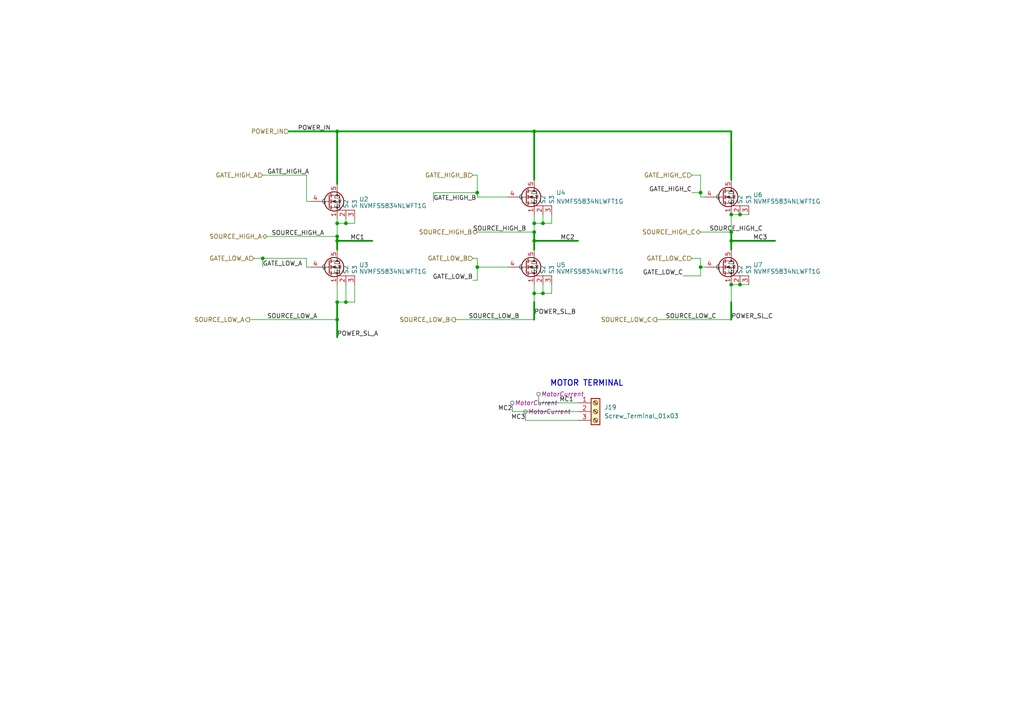
<source format=kicad_sch>
(kicad_sch (version 20250114) (generator "eeschema") (generator_version "9.0")
  (paper "A4")
  (lib_symbols
    (symbol "Connector:Screw_Terminal_01x03" (pin_names (offset 1.016) (hide yes))
      (property "Reference" "J" (at 0 5.08 0))
      (property "Value" "Screw_Terminal_01x03" (at 0 -5.08 0))
      (symbol "Screw_Terminal_01x03_1_1"
        (rectangle (start -1.27 3.81) (end 1.27 -3.81) (stroke (width 0.254)) (fill (type background)))
        (polyline (pts (xy -0.5334 2.8702) (xy 0.3302 2.032)) (stroke (width 0.1524)))
        (polyline (pts (xy -0.5334 0.3302) (xy 0.3302 -0.508)) (stroke (width 0.1524)))
        (polyline (pts (xy -0.5334 -2.2098) (xy 0.3302 -3.048)) (stroke (width 0.1524)))
        (polyline (pts (xy -0.3556 3.048) (xy 0.508 2.2098)) (stroke (width 0.1524)))
        (polyline (pts (xy -0.3556 0.508) (xy 0.508 -0.3302)) (stroke (width 0.1524)))
        (polyline (pts (xy -0.3556 -2.032) (xy 0.508 -2.8702)) (stroke (width 0.1524)))
        (circle (center 0 2.54) (radius 0.635) (stroke (width 0.1524)))
        (circle (center 0 0) (radius 0.635) (stroke (width 0.1524)))
        (circle (center 0 -2.54) (radius 0.635) (stroke (width 0.1524)))
        (pin passive line (at -5.08 2.54 0) (length 3.81) (name "Pin_1") (number "1"))
        (pin passive line (at -5.08 0 0) (length 3.81) (name "Pin_2") (number "2"))
        (pin passive line (at -5.08 -2.54 0) (length 3.81) (name "Pin_3") (number "3"))
      )
    )
    (symbol "Transistor_FET:NTMFS5C468NL"
      (property "Reference" "U" (at 2.54 2.54 0))
      (property "Value" "NVMFS5834NLWFT1G" (at 2.54 2.54 0))
      (symbol "NTMFS5C468NL_0_1"
        (polyline (pts (xy -2.286 1.905) (xy -2.286 -1.905)) (stroke (width 0.254)))
        (polyline (pts (xy -2.286 0) (xy -5.08 0)))
        (polyline (pts (xy -1.778 2.286) (xy -1.778 1.27)) (stroke (width 0.254)))
        (polyline (pts (xy -1.778 0.508) (xy -1.778 -0.508)) (stroke (width 0.254)))
        (polyline (pts (xy -1.778 -1.27) (xy -1.778 -2.286)) (stroke (width 0.254)))
        (polyline (pts (xy -1.778 -1.778) (xy 0.762 -1.778) (xy 0.762 1.778) (xy -1.778 1.778)))
        (polyline (pts (xy -1.524 0) (xy -0.508 0.381) (xy -0.508 -0.381) (xy -1.524 0)) (fill (type outline)))
        (circle (center -0.889 0) (radius 2.794) (stroke (width 0.254)))
        (polyline (pts (xy 0 2.54) (xy 0 1.778)))
        (circle (center 0 1.778) (radius 0.254) (fill (type outline)))
        (circle (center 0 -1.778) (radius 0.254) (fill (type outline)))
        (polyline (pts (xy 0 -2.54) (xy 0 0) (xy -1.778 0)))
        (polyline (pts (xy 0.254 0.508) (xy 0.381 0.381) (xy 1.143 0.381) (xy 1.27 0.254)))
        (polyline (pts (xy 0.762 0.381) (xy 0.381 -0.254) (xy 1.143 -0.254) (xy 0.762 0.381)))
        (polyline (pts (xy 5.08 -2.54) (xy 0 -2.54)))
      )
      (symbol "NTMFS5C468NL_1_1"
        (pin passive line (at -7.62 0 0) (length 2.54) (name "G") (number "4"))
        (pin passive line (at 0 5.08 270) (length 2.54) (name "D") (number "5"))
        (pin passive line (at 0 -5.08 90) (length 2.54) (name "S1") (number "1"))
        (pin passive line (at 2.54 -5.08 90) (length 2.54) (name "S2") (number "2"))
        (pin passive line (at 5.08 -5.08 90) (length 2.54) (name "S3") (number "3"))
      )
    )
  )
  (text "MOTOR TERMINAL" (exclude_from_sim yes) (at 170.18 111.252 0) (effects (font (size 1.651 1.651) (thickness 0.254) (bold yes))))
  (junction (at 212.09 69.85))
  (junction (at 97.79 87.63))
  (junction (at 100.33 87.63))
  (junction (at 97.79 38.1))
  (junction (at 154.94 64.77))
  (junction (at 76.2 74.93))
  (junction (at 154.94 38.1))
  (junction (at 203.2 77.47))
  (junction (at 97.79 64.77))
  (junction (at 212.09 62.23))
  (junction (at 97.79 69.85))
  (junction (at 157.48 64.77))
  (junction (at 157.48 85.09))
  (junction (at 100.33 64.77))
  (junction (at 138.43 77.47))
  (junction (at 212.09 67.31))
  (junction (at 203.2 55.88))
  (junction (at 154.94 85.09))
  (junction (at 214.63 62.23))
  (junction (at 138.43 55.88))
  (junction (at 97.79 92.71))
  (junction (at 154.94 67.31))
  (junction (at 97.79 68.58))
  (junction (at 212.09 82.55))
  (junction (at 214.63 82.55))
  (junction (at 154.94 69.85))
  (wire (pts (xy 137.16 50.8) (xy 138.43 50.8)))
  (wire (pts (xy 72.39 92.71) (xy 97.79 92.71)))
  (wire (pts (xy 125.73 58.42) (xy 125.73 55.88)))
  (wire (pts (xy 203.2 67.31) (xy 212.09 67.31)))
  (wire (pts (xy 214.63 82.55) (xy 217.17 82.55)))
  (wire (pts (xy 100.33 82.55) (xy 100.33 87.63)))
  (wire (pts (xy 125.73 55.88) (xy 138.43 55.88)))
  (wire (pts (xy 138.43 55.88) (xy 138.43 50.8)))
  (wire (pts (xy 97.79 92.71) (xy 97.79 97.79)) (stroke (width 0.508)))
  (wire (pts (xy 137.16 81.28) (xy 138.43 81.28)))
  (wire (pts (xy 97.79 82.55) (xy 97.79 87.63)))
  (wire (pts (xy 154.94 62.23) (xy 154.94 64.77)))
  (wire (pts (xy 148.59 119.38) (xy 167.64 119.38)))
  (wire (pts (xy 157.48 82.55) (xy 157.48 85.09)))
  (wire (pts (xy 157.48 64.77) (xy 154.94 64.77)))
  (wire (pts (xy 212.09 69.85) (xy 212.09 72.39)) (stroke (width 0.508)))
  (wire (pts (xy 154.94 85.09) (xy 154.94 92.71)))
  (wire (pts (xy 160.02 64.77) (xy 157.48 64.77)))
  (wire (pts (xy 154.94 67.31) (xy 154.94 69.85)) (stroke (width 0.508)))
  (wire (pts (xy 97.79 69.85) (xy 107.95 69.85)) (stroke (width 0.508)))
  (wire (pts (xy 97.79 63.5) (xy 97.79 64.77)))
  (wire (pts (xy 97.79 38.1) (xy 154.94 38.1)) (stroke (width 0.508)))
  (wire (pts (xy 200.66 50.8) (xy 203.2 50.8)))
  (wire (pts (xy 138.43 74.93) (xy 138.43 77.47)))
  (wire (pts (xy 97.79 69.85) (xy 97.79 72.39)) (stroke (width 0.508)))
  (wire (pts (xy 88.9 77.47) (xy 90.17 77.47)))
  (wire (pts (xy 88.9 74.93) (xy 88.9 77.47)))
  (wire (pts (xy 203.2 57.15) (xy 204.47 57.15)))
  (wire (pts (xy 154.94 87.63) (xy 154.94 92.71)) (stroke (width 0.508)))
  (wire (pts (xy 160.02 85.09) (xy 157.48 85.09)))
  (wire (pts (xy 154.94 69.85) (xy 154.94 72.39)) (stroke (width 0.508)))
  (wire (pts (xy 200.66 74.93) (xy 203.2 74.93)))
  (wire (pts (xy 212.09 67.31) (xy 212.09 69.85)) (stroke (width 0.508)))
  (wire (pts (xy 73.66 74.93) (xy 76.2 74.93)))
  (wire (pts (xy 212.09 38.1) (xy 212.09 52.07)) (stroke (width 0.508)))
  (wire (pts (xy 97.79 87.63) (xy 97.79 92.71)) (stroke (width 0.508)))
  (wire (pts (xy 102.87 87.63) (xy 100.33 87.63)))
  (wire (pts (xy 76.2 50.8) (xy 88.9 50.8)))
  (wire (pts (xy 156.21 116.84) (xy 167.64 116.84)))
  (wire (pts (xy 102.87 64.77) (xy 100.33 64.77)))
  (wire (pts (xy 138.43 77.47) (xy 138.43 81.28)))
  (wire (pts (xy 203.2 74.93) (xy 203.2 77.47)))
  (wire (pts (xy 203.2 77.47) (xy 204.47 77.47)))
  (wire (pts (xy 154.94 82.55) (xy 154.94 85.09)))
  (wire (pts (xy 154.94 38.1) (xy 154.94 52.07)) (stroke (width 0.508)))
  (wire (pts (xy 160.02 82.55) (xy 160.02 85.09)))
  (wire (pts (xy 83.82 38.1) (xy 97.79 38.1)) (stroke (width 0.508)))
  (wire (pts (xy 138.43 57.15) (xy 138.43 55.88)))
  (wire (pts (xy 154.94 69.85) (xy 167.64 69.85)) (stroke (width 0.508)))
  (wire (pts (xy 212.09 69.85) (xy 224.79 69.85)) (stroke (width 0.508)))
  (wire (pts (xy 88.9 50.8) (xy 88.9 58.42)))
  (wire (pts (xy 200.66 55.88) (xy 203.2 55.88)))
  (wire (pts (xy 97.79 38.1) (xy 97.79 53.34)) (stroke (width 0.508)))
  (wire (pts (xy 157.48 85.09) (xy 154.94 85.09)))
  (wire (pts (xy 76.2 74.93) (xy 88.9 74.93)))
  (wire (pts (xy 154.94 38.1) (xy 212.09 38.1)) (stroke (width 0.508)))
  (wire (pts (xy 100.33 63.5) (xy 100.33 64.77)))
  (wire (pts (xy 214.63 62.23) (xy 212.09 62.23)))
  (wire (pts (xy 138.43 67.31) (xy 154.94 67.31)))
  (wire (pts (xy 137.16 74.93) (xy 138.43 74.93)))
  (wire (pts (xy 76.2 77.47) (xy 76.2 74.93)))
  (wire (pts (xy 214.63 62.23) (xy 217.17 62.23)))
  (wire (pts (xy 203.2 77.47) (xy 203.2 80.01)))
  (wire (pts (xy 138.43 77.47) (xy 147.32 77.47)))
  (wire (pts (xy 97.79 68.58) (xy 97.79 69.85)) (stroke (width 0.508)))
  (wire (pts (xy 88.9 58.42) (xy 90.17 58.42)))
  (wire (pts (xy 212.09 82.55) (xy 214.63 82.55)))
  (wire (pts (xy 154.94 64.77) (xy 154.94 67.31)))
  (wire (pts (xy 160.02 62.23) (xy 160.02 64.77)))
  (wire (pts (xy 157.48 62.23) (xy 157.48 64.77)))
  (wire (pts (xy 97.79 64.77) (xy 97.79 68.58)))
  (wire (pts (xy 102.87 63.5) (xy 102.87 64.77)))
  (wire (pts (xy 102.87 82.55) (xy 102.87 87.63)))
  (wire (pts (xy 138.43 57.15) (xy 147.32 57.15)))
  (wire (pts (xy 212.09 87.63) (xy 212.09 92.71)) (stroke (width 0.508)))
  (wire (pts (xy 212.09 82.55) (xy 212.09 87.63)))
  (wire (pts (xy 190.5 92.71) (xy 212.09 92.71)))
  (wire (pts (xy 203.2 50.8) (xy 203.2 55.88)))
  (wire (pts (xy 203.2 55.88) (xy 203.2 57.15)))
  (wire (pts (xy 100.33 87.63) (xy 97.79 87.63)))
  (wire (pts (xy 198.12 80.01) (xy 203.2 80.01)))
  (wire (pts (xy 97.79 87.63) (xy 97.79 92.71)))
  (wire (pts (xy 132.08 92.71) (xy 154.94 92.71)))
  (wire (pts (xy 97.79 64.77) (xy 100.33 64.77)))
  (wire (pts (xy 212.09 62.23) (xy 212.09 67.31)))
  (wire (pts (xy 77.47 68.58) (xy 97.79 68.58)))
  (wire (pts (xy 152.4 121.92) (xy 167.64 121.92)))
  (label "MC1" (at 101.6 69.85 0))
  (label "POWER_SL_C" (at 212.09 92.71 0))
  (label "GATE_LOW_C" (at 198.12 80.01 180))
  (label "MC1" (at 166.37 116.84 180))
  (label "GATE_HIGH_A" (at 77.47 50.8 0))
  (label "SOURCE_LOW_C" (at 193.04 92.71 0))
  (label "MC3" (at 218.44 69.85 0))
  (label "SOURCE_LOW_A" (at 77.47 92.71 0))
  (label "POWER_SL_A" (at 97.79 97.79 0))
  (label "MC3" (at 152.4 121.92 180))
  (label "MC2" (at 162.56 69.85 0))
  (label "POWER_IN" (at 86.36 38.1 0))
  (label "GATE_HIGH_C" (at 200.66 55.88 180))
  (label "GATE_HIGH_B" (at 125.73 58.42 0))
  (label "SOURCE_HIGH_B" (at 137.16 67.31 0))
  (label "SOURCE_LOW_B" (at 135.89 92.71 0))
  (label "GATE_LOW_B" (at 137.16 81.28 180))
  (label "GATE_LOW_A" (at 76.2 77.47 0))
  (label "SOURCE_HIGH_A" (at 78.74 68.58 0))
  (label "POWER_SL_B" (at 154.94 91.44 0))
  (label "MC2" (at 148.59 119.38 180))
  (label "SOURCE_HIGH_C" (at 205.74 67.31 0))
  (hierarchical_label "GATE_HIGH_B" (shape input) (at 137.16 50.8 180))
  (hierarchical_label "SOURCE_LOW_A" (shape output) (at 72.39 92.71 180))
  (hierarchical_label "SOURCE_HIGH_C" (shape bidirectional) (at 203.2 67.31 180))
  (hierarchical_label "SOURCE_HIGH_B" (shape bidirectional) (at 138.43 67.31 180))
  (hierarchical_label "POWER_IN" (shape input) (at 83.82 38.1 180))
  (hierarchical_label "SOURCE_LOW_C" (shape output) (at 190.5 92.71 180))
  (hierarchical_label "GATE_HIGH_C" (shape input) (at 200.66 50.8 180))
  (hierarchical_label "GATE_HIGH_A" (shape input) (at 76.2 50.8 180))
  (hierarchical_label "GATE_LOW_C" (shape input) (at 200.66 74.93 180))
  (hierarchical_label "SOURCE_LOW_B" (shape output) (at 132.08 92.71 180))
  (hierarchical_label "GATE_LOW_A" (shape input) (at 73.66 74.93 180))
  (hierarchical_label "GATE_LOW_B" (shape input) (at 137.16 74.93 180))
  (hierarchical_label "SOURCE_HIGH_A" (shape bidirectional) (at 77.47 68.58 180))
  (netclass_flag "" (length 2.54) (shape round) (at 148.59 119.38 0) (property "Netclass" "MotorCurrent" (at 149.2885 116.84 0) (effects (font (italic yes)) (justify left))))
  (netclass_flag "" (length 2.54) (shape round) (at 152.4 121.92 0) (property "Netclass" "MotorCurrent" (at 153.0985 119.38 0) (effects (font (italic yes)) (justify left))))
  (netclass_flag "" (length 2.54) (shape round) (at 156.21 116.84 0) (property "Netclass" "MotorCurrent" (at 156.9085 114.3 0) (effects (font (italic yes)) (justify left))))
  (symbol (lib_id "Transistor_FET:NTMFS5C468NL") (at 154.94 77.47 0) (unit 1)
    (property "Reference" "U5" (at 161.29 76.8349 0) (effects (justify left)))
    (property "Value" "NVMFS5834NLWFT1G" (at 161.29 78.74 0) (effects (justify left)))
    (property "Footprint" "snapmagic-footprints:TRANS_NVMFS5834NLWFT1G" (effects (hide yes)))
  )
  (symbol (lib_id "Transistor_FET:NTMFS5C468NL") (at 97.79 58.42 0) (unit 1)
    (property "Reference" "U2" (at 104.14 57.7849 0) (effects (justify left)))
    (property "Value" "NVMFS5834NLWFT1G" (at 104.14 59.69 0) (effects (justify left)))
    (property "Footprint" "snapmagic-footprints:TRANS_NVMFS5834NLWFT1G" (effects (hide yes)))
  )
  (symbol (lib_id "Transistor_FET:NTMFS5C468NL") (at 154.94 57.15 0) (unit 1)
    (property "Reference" "U4" (at 161.29 55.8799 0) (effects (justify left)))
    (property "Value" "NVMFS5834NLWFT1G" (at 161.29 58.4199 0) (effects (justify left)))
    (property "Footprint" "snapmagic-footprints:TRANS_NVMFS5834NLWFT1G" (effects (hide yes)))
  )
  (symbol (lib_id "Connector:Screw_Terminal_01x03") (at 172.72 119.38 0) (unit 1)
    (property "Reference" "J10" (at 175.26 118.1099 0) (effects (justify left)))
    (property "Value" "Screw_Terminal_01x03" (at 175.26 120.6499 0) (effects (justify left)))
    (property "Footprint" "TerminalBlock_TE-Connectivity:TerminalBlock_TE_282834-3_1x03_P2.54mm_Horizontal" (effects (hide yes)))
    (property "Description" "Generic screw terminal, single row, 01x03, script generated (kicad-library-utils/schlib/autogen/connector/)" (effects (hide yes)))
    (instances (project "" (path "" (reference "J19") (unit 1))) (project "" (path "" (reference "J10") (unit 1))))
  )
  (symbol (lib_id "Transistor_FET:NTMFS5C468NL") (at 212.09 57.15 0) (unit 1)
    (property "Reference" "U6" (at 218.44 56.5149 0) (effects (justify left)))
    (property "Value" "NVMFS5834NLWFT1G" (at 218.44 58.42 0) (effects (justify left)))
    (property "Footprint" "snapmagic-footprints:TRANS_NVMFS5834NLWFT1G" (effects (hide yes)))
  )
  (symbol (lib_id "Transistor_FET:NTMFS5C468NL") (at 212.09 77.47 0) (unit 1)
    (property "Reference" "U7" (at 218.44 76.8349 0) (effects (justify left)))
    (property "Value" "NVMFS5834NLWFT1G" (at 218.44 78.74 0) (effects (justify left)))
    (property "Footprint" "snapmagic-footprints:TRANS_NVMFS5834NLWFT1G" (effects (hide yes)))
  )
  (symbol (lib_id "Transistor_FET:NTMFS5C468NL") (at 97.79 77.47 0) (unit 1)
    (property "Reference" "U3" (at 104.14 76.8349 0) (effects (justify left)))
    (property "Value" "NVMFS5834NLWFT1G" (at 104.14 78.74 0) (effects (justify left)))
    (property "Footprint" "snapmagic-footprints:TRANS_NVMFS5834NLWFT1G" (effects (hide yes)))
  )
)
</source>
